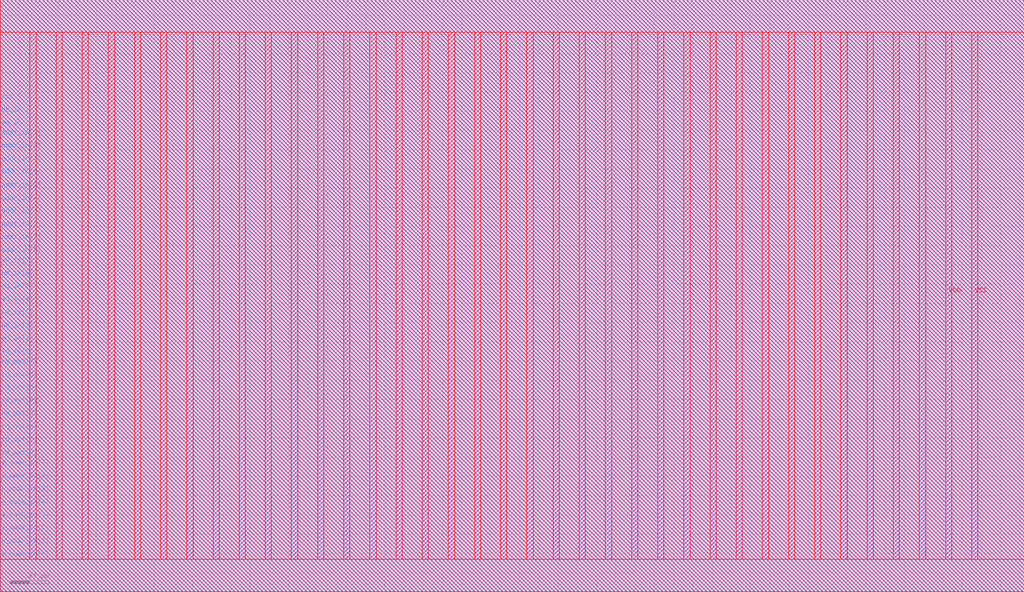
<source format=lef>
VERSION 5.7 ;
BUSBITCHARS "[]" ;
MACRO fakeram130_1024x8
  FOREIGN fakeram130_1024x8 0 0 ;
  SYMMETRY X Y R90 ;
  SIZE 532.190 BY 308.000 ;
  CLASS BLOCK ;
  PIN w_mask_in[0]
    DIRECTION INPUT ;
    USE SIGNAL ;
    SHAPE ABUTMENT ;
    PORT
      LAYER met3 ;
      RECT 0.000 16.600 0.800 17.400 ;
    END
  END w_mask_in[0]
  PIN w_mask_in[1]
    DIRECTION INPUT ;
    USE SIGNAL ;
    SHAPE ABUTMENT ;
    PORT
      LAYER met3 ;
      RECT 0.000 23.400 0.800 24.200 ;
    END
  END w_mask_in[1]
  PIN w_mask_in[2]
    DIRECTION INPUT ;
    USE SIGNAL ;
    SHAPE ABUTMENT ;
    PORT
      LAYER met3 ;
      RECT 0.000 30.200 0.800 31.000 ;
    END
  END w_mask_in[2]
  PIN w_mask_in[3]
    DIRECTION INPUT ;
    USE SIGNAL ;
    SHAPE ABUTMENT ;
    PORT
      LAYER met3 ;
      RECT 0.000 37.000 0.800 37.800 ;
    END
  END w_mask_in[3]
  PIN w_mask_in[4]
    DIRECTION INPUT ;
    USE SIGNAL ;
    SHAPE ABUTMENT ;
    PORT
      LAYER met3 ;
      RECT 0.000 43.800 0.800 44.600 ;
    END
  END w_mask_in[4]
  PIN w_mask_in[5]
    DIRECTION INPUT ;
    USE SIGNAL ;
    SHAPE ABUTMENT ;
    PORT
      LAYER met3 ;
      RECT 0.000 50.600 0.800 51.400 ;
    END
  END w_mask_in[5]
  PIN w_mask_in[6]
    DIRECTION INPUT ;
    USE SIGNAL ;
    SHAPE ABUTMENT ;
    PORT
      LAYER met3 ;
      RECT 0.000 57.400 0.800 58.200 ;
    END
  END w_mask_in[6]
  PIN w_mask_in[7]
    DIRECTION INPUT ;
    USE SIGNAL ;
    SHAPE ABUTMENT ;
    PORT
      LAYER met3 ;
      RECT 0.000 64.200 0.800 65.000 ;
    END
  END w_mask_in[7]
  PIN rd_out[0]
    DIRECTION OUTPUT ;
    USE SIGNAL ;
    SHAPE ABUTMENT ;
    PORT
      LAYER met3 ;
      RECT 0.000 69.300 0.800 70.100 ;
    END
  END rd_out[0]
  PIN rd_out[1]
    DIRECTION OUTPUT ;
    USE SIGNAL ;
    SHAPE ABUTMENT ;
    PORT
      LAYER met3 ;
      RECT 0.000 76.100 0.800 76.900 ;
    END
  END rd_out[1]
  PIN rd_out[2]
    DIRECTION OUTPUT ;
    USE SIGNAL ;
    SHAPE ABUTMENT ;
    PORT
      LAYER met3 ;
      RECT 0.000 82.900 0.800 83.700 ;
    END
  END rd_out[2]
  PIN rd_out[3]
    DIRECTION OUTPUT ;
    USE SIGNAL ;
    SHAPE ABUTMENT ;
    PORT
      LAYER met3 ;
      RECT 0.000 89.700 0.800 90.500 ;
    END
  END rd_out[3]
  PIN rd_out[4]
    DIRECTION OUTPUT ;
    USE SIGNAL ;
    SHAPE ABUTMENT ;
    PORT
      LAYER met3 ;
      RECT 0.000 96.500 0.800 97.300 ;
    END
  END rd_out[4]
  PIN rd_out[5]
    DIRECTION OUTPUT ;
    USE SIGNAL ;
    SHAPE ABUTMENT ;
    PORT
      LAYER met3 ;
      RECT 0.000 103.300 0.800 104.100 ;
    END
  END rd_out[5]
  PIN rd_out[6]
    DIRECTION OUTPUT ;
    USE SIGNAL ;
    SHAPE ABUTMENT ;
    PORT
      LAYER met3 ;
      RECT 0.000 110.100 0.800 110.900 ;
    END
  END rd_out[6]
  PIN rd_out[7]
    DIRECTION OUTPUT ;
    USE SIGNAL ;
    SHAPE ABUTMENT ;
    PORT
      LAYER met3 ;
      RECT 0.000 116.900 0.800 117.700 ;
    END
  END rd_out[7]
  PIN wd_in[0]
    DIRECTION INPUT ;
    USE SIGNAL ;
    SHAPE ABUTMENT ;
    PORT
      LAYER met3 ;
      RECT 0.000 122.000 0.800 122.800 ;
    END
  END wd_in[0]
  PIN wd_in[1]
    DIRECTION INPUT ;
    USE SIGNAL ;
    SHAPE ABUTMENT ;
    PORT
      LAYER met3 ;
      RECT 0.000 128.800 0.800 129.600 ;
    END
  END wd_in[1]
  PIN wd_in[2]
    DIRECTION INPUT ;
    USE SIGNAL ;
    SHAPE ABUTMENT ;
    PORT
      LAYER met3 ;
      RECT 0.000 135.600 0.800 136.400 ;
    END
  END wd_in[2]
  PIN wd_in[3]
    DIRECTION INPUT ;
    USE SIGNAL ;
    SHAPE ABUTMENT ;
    PORT
      LAYER met3 ;
      RECT 0.000 142.400 0.800 143.200 ;
    END
  END wd_in[3]
  PIN wd_in[4]
    DIRECTION INPUT ;
    USE SIGNAL ;
    SHAPE ABUTMENT ;
    PORT
      LAYER met3 ;
      RECT 0.000 149.200 0.800 150.000 ;
    END
  END wd_in[4]
  PIN wd_in[5]
    DIRECTION INPUT ;
    USE SIGNAL ;
    SHAPE ABUTMENT ;
    PORT
      LAYER met3 ;
      RECT 0.000 156.000 0.800 156.800 ;
    END
  END wd_in[5]
  PIN wd_in[6]
    DIRECTION INPUT ;
    USE SIGNAL ;
    SHAPE ABUTMENT ;
    PORT
      LAYER met3 ;
      RECT 0.000 162.800 0.800 163.600 ;
    END
  END wd_in[6]
  PIN wd_in[7]
    DIRECTION INPUT ;
    USE SIGNAL ;
    SHAPE ABUTMENT ;
    PORT
      LAYER met3 ;
      RECT 0.000 169.600 0.800 170.400 ;
    END
  END wd_in[7]
  PIN addr_in[0]
    DIRECTION INPUT ;
    USE SIGNAL ;
    SHAPE ABUTMENT ;
    PORT
      LAYER met3 ;
      RECT 0.000 174.700 0.800 175.500 ;
    END
  END addr_in[0]
  PIN addr_in[1]
    DIRECTION INPUT ;
    USE SIGNAL ;
    SHAPE ABUTMENT ;
    PORT
      LAYER met3 ;
      RECT 0.000 181.500 0.800 182.300 ;
    END
  END addr_in[1]
  PIN addr_in[2]
    DIRECTION INPUT ;
    USE SIGNAL ;
    SHAPE ABUTMENT ;
    PORT
      LAYER met3 ;
      RECT 0.000 188.300 0.800 189.100 ;
    END
  END addr_in[2]
  PIN addr_in[3]
    DIRECTION INPUT ;
    USE SIGNAL ;
    SHAPE ABUTMENT ;
    PORT
      LAYER met3 ;
      RECT 0.000 195.100 0.800 195.900 ;
    END
  END addr_in[3]
  PIN addr_in[4]
    DIRECTION INPUT ;
    USE SIGNAL ;
    SHAPE ABUTMENT ;
    PORT
      LAYER met3 ;
      RECT 0.000 201.900 0.800 202.700 ;
    END
  END addr_in[4]
  PIN addr_in[5]
    DIRECTION INPUT ;
    USE SIGNAL ;
    SHAPE ABUTMENT ;
    PORT
      LAYER met3 ;
      RECT 0.000 208.700 0.800 209.500 ;
    END
  END addr_in[5]
  PIN addr_in[6]
    DIRECTION INPUT ;
    USE SIGNAL ;
    SHAPE ABUTMENT ;
    PORT
      LAYER met3 ;
      RECT 0.000 215.500 0.800 216.300 ;
    END
  END addr_in[6]
  PIN addr_in[7]
    DIRECTION INPUT ;
    USE SIGNAL ;
    SHAPE ABUTMENT ;
    PORT
      LAYER met3 ;
      RECT 0.000 222.300 0.800 223.100 ;
    END
  END addr_in[7]
  PIN addr_in[8]
    DIRECTION INPUT ;
    USE SIGNAL ;
    SHAPE ABUTMENT ;
    PORT
      LAYER met3 ;
      RECT 0.000 229.100 0.800 229.900 ;
    END
  END addr_in[8]
  PIN addr_in[9]
    DIRECTION INPUT ;
    USE SIGNAL ;
    SHAPE ABUTMENT ;
    PORT
      LAYER met3 ;
      RECT 0.000 235.900 0.800 236.700 ;
    END
  END addr_in[9]
  PIN we_in
    DIRECTION INPUT ;
    USE SIGNAL ;
    SHAPE ABUTMENT ;
    PORT
      LAYER met3 ;
      RECT 0.000 241.000 0.800 241.800 ;
    END
  END we_in
  PIN ce_in
    DIRECTION INPUT ;
    USE SIGNAL ;
    SHAPE ABUTMENT ;
    PORT
      LAYER met3 ;
      RECT 0.000 247.800 0.800 248.600 ;
    END
  END ce_in
  PIN clk
    DIRECTION INPUT ;
    USE SIGNAL ;
    SHAPE ABUTMENT ;
    PORT
      LAYER met3 ;
      RECT 0.000 254.600 0.800 255.400 ;
    END
  END clk
  PIN VSS
    DIRECTION INOUT ;
    USE GROUND ;
    PORT
      LAYER met4 ;
      RECT 15.400 17.000 18.600 291.000 ;
      RECT 42.600 17.000 45.800 291.000 ;
      RECT 69.800 17.000 73.000 291.000 ;
      RECT 97.000 17.000 100.200 291.000 ;
      RECT 124.200 17.000 127.400 291.000 ;
      RECT 151.400 17.000 154.600 291.000 ;
      RECT 178.600 17.000 181.800 291.000 ;
      RECT 205.800 17.000 209.000 291.000 ;
      RECT 233.000 17.000 236.200 291.000 ;
      RECT 260.200 17.000 263.400 291.000 ;
      RECT 287.400 17.000 290.600 291.000 ;
      RECT 314.600 17.000 317.800 291.000 ;
      RECT 341.800 17.000 345.000 291.000 ;
      RECT 369.000 17.000 372.200 291.000 ;
      RECT 396.200 17.000 399.400 291.000 ;
      RECT 423.400 17.000 426.600 291.000 ;
      RECT 450.600 17.000 453.800 291.000 ;
      RECT 477.800 17.000 481.000 291.000 ;
      RECT 505.000 17.000 508.200 291.000 ;
    END
  END VSS
  PIN VDD
    DIRECTION INOUT ;
    USE POWER ;
    PORT
      LAYER met4 ;
      RECT 29.000 17.000 32.200 291.000 ;
      RECT 56.200 17.000 59.400 291.000 ;
      RECT 83.400 17.000 86.600 291.000 ;
      RECT 110.600 17.000 113.800 291.000 ;
      RECT 137.800 17.000 141.000 291.000 ;
      RECT 165.000 17.000 168.200 291.000 ;
      RECT 192.200 17.000 195.400 291.000 ;
      RECT 219.400 17.000 222.600 291.000 ;
      RECT 246.600 17.000 249.800 291.000 ;
      RECT 273.800 17.000 277.000 291.000 ;
      RECT 301.000 17.000 304.200 291.000 ;
      RECT 328.200 17.000 331.400 291.000 ;
      RECT 355.400 17.000 358.600 291.000 ;
      RECT 382.600 17.000 385.800 291.000 ;
      RECT 409.800 17.000 413.000 291.000 ;
      RECT 437.000 17.000 440.200 291.000 ;
      RECT 464.200 17.000 467.400 291.000 ;
      RECT 491.400 17.000 494.600 291.000 ;
    END
  END VDD
  OBS
    LAYER met1 ;
    RECT 0 0 532.190 308.000 ;
    LAYER met2 ;
    RECT 0 0 532.190 308.000 ;
    LAYER met3 ;
    RECT 0.800 0 532.190 308.000 ;
    RECT 0 0.000 0.800 16.600 ;
    RECT 0 17.400 0.800 23.400 ;
    RECT 0 24.200 0.800 30.200 ;
    RECT 0 31.000 0.800 37.000 ;
    RECT 0 37.800 0.800 43.800 ;
    RECT 0 44.600 0.800 50.600 ;
    RECT 0 51.400 0.800 57.400 ;
    RECT 0 58.200 0.800 64.200 ;
    RECT 0 65.000 0.800 69.300 ;
    RECT 0 70.100 0.800 76.100 ;
    RECT 0 76.900 0.800 82.900 ;
    RECT 0 83.700 0.800 89.700 ;
    RECT 0 90.500 0.800 96.500 ;
    RECT 0 97.300 0.800 103.300 ;
    RECT 0 104.100 0.800 110.100 ;
    RECT 0 110.900 0.800 116.900 ;
    RECT 0 117.700 0.800 122.000 ;
    RECT 0 122.800 0.800 128.800 ;
    RECT 0 129.600 0.800 135.600 ;
    RECT 0 136.400 0.800 142.400 ;
    RECT 0 143.200 0.800 149.200 ;
    RECT 0 150.000 0.800 156.000 ;
    RECT 0 156.800 0.800 162.800 ;
    RECT 0 163.600 0.800 169.600 ;
    RECT 0 170.400 0.800 174.700 ;
    RECT 0 175.500 0.800 181.500 ;
    RECT 0 182.300 0.800 188.300 ;
    RECT 0 189.100 0.800 195.100 ;
    RECT 0 195.900 0.800 201.900 ;
    RECT 0 202.700 0.800 208.700 ;
    RECT 0 209.500 0.800 215.500 ;
    RECT 0 216.300 0.800 222.300 ;
    RECT 0 223.100 0.800 229.100 ;
    RECT 0 229.900 0.800 235.900 ;
    RECT 0 236.700 0.800 241.000 ;
    RECT 0 241.800 0.800 247.800 ;
    RECT 0 248.600 0.800 254.600 ;
    RECT 0 255.400 0.800 308.000 ;
    LAYER met4 ;
    RECT 0 0 532.190 17.000 ;
    RECT 0 291.000 532.190 308.000 ;
    RECT 0.000 17.000 15.400 291.000 ;
    RECT 18.600 17.000 29.000 291.000 ;
    RECT 32.200 17.000 42.600 291.000 ;
    RECT 45.800 17.000 56.200 291.000 ;
    RECT 59.400 17.000 69.800 291.000 ;
    RECT 73.000 17.000 83.400 291.000 ;
    RECT 86.600 17.000 97.000 291.000 ;
    RECT 100.200 17.000 110.600 291.000 ;
    RECT 113.800 17.000 124.200 291.000 ;
    RECT 127.400 17.000 137.800 291.000 ;
    RECT 141.000 17.000 151.400 291.000 ;
    RECT 154.600 17.000 165.000 291.000 ;
    RECT 168.200 17.000 178.600 291.000 ;
    RECT 181.800 17.000 192.200 291.000 ;
    RECT 195.400 17.000 205.800 291.000 ;
    RECT 209.000 17.000 219.400 291.000 ;
    RECT 222.600 17.000 233.000 291.000 ;
    RECT 236.200 17.000 246.600 291.000 ;
    RECT 249.800 17.000 260.200 291.000 ;
    RECT 263.400 17.000 273.800 291.000 ;
    RECT 277.000 17.000 287.400 291.000 ;
    RECT 290.600 17.000 301.000 291.000 ;
    RECT 304.200 17.000 314.600 291.000 ;
    RECT 317.800 17.000 328.200 291.000 ;
    RECT 331.400 17.000 341.800 291.000 ;
    RECT 345.000 17.000 355.400 291.000 ;
    RECT 358.600 17.000 369.000 291.000 ;
    RECT 372.200 17.000 382.600 291.000 ;
    RECT 385.800 17.000 396.200 291.000 ;
    RECT 399.400 17.000 409.800 291.000 ;
    RECT 413.000 17.000 423.400 291.000 ;
    RECT 426.600 17.000 437.000 291.000 ;
    RECT 440.200 17.000 450.600 291.000 ;
    RECT 453.800 17.000 464.200 291.000 ;
    RECT 467.400 17.000 477.800 291.000 ;
    RECT 481.000 17.000 491.400 291.000 ;
    RECT 494.600 17.000 505.000 291.000 ;
    RECT 508.200 17.000 532.190 291.000 ;
    LAYER OVERLAP ;
    RECT 0 0 532.190 308.000 ;
  END
END fakeram130_1024x8

END LIBRARY

</source>
